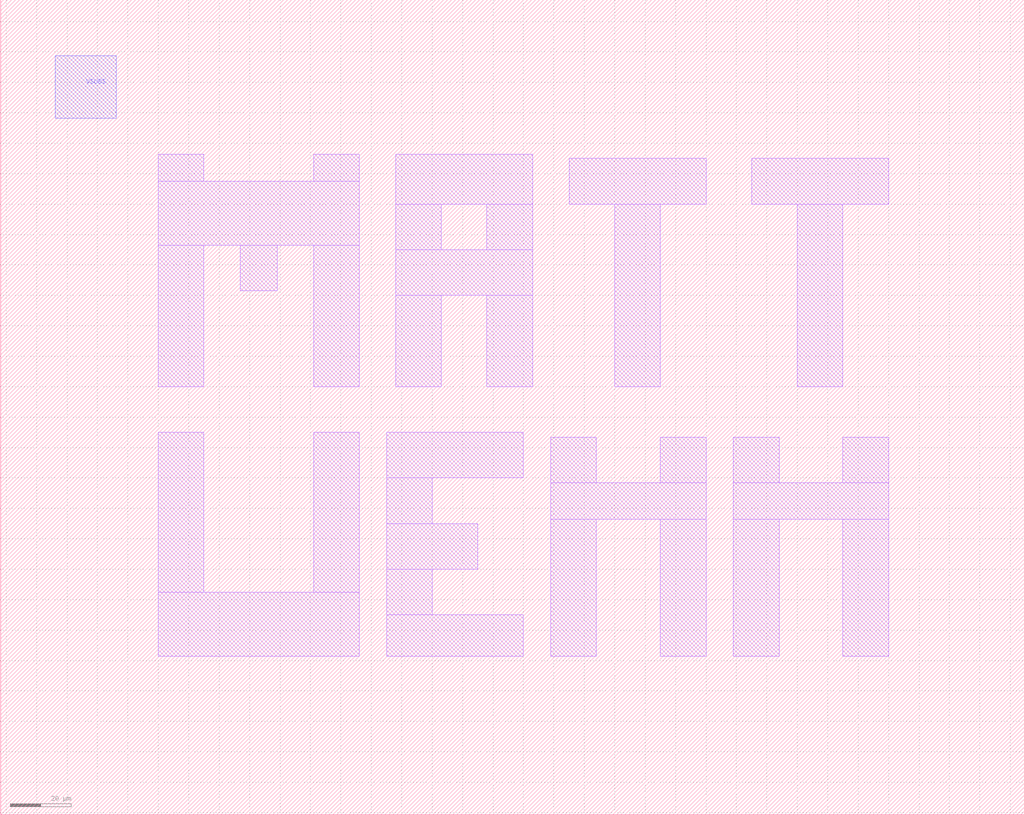
<source format=lef>
VERSION 5.7 ;
  NOWIREEXTENSIONATPIN ON ;
  DIVIDERCHAR "/" ;
  BUSBITCHARS "[]" ;
MACRO LOGO
  CLASS BLOCK ;
  FOREIGN LOGO ;
  ORIGIN -488.150 1670.720 ;
  SIZE 336.380 BY 267.850 ;
  PIN VSUBS
    PORT
      LAYER pwell ;
        RECT 506.190 -1441.810 526.240 -1421.190 ;
    END
  END VSUBS
  OBS
      LAYER met4 ;
        RECT 540.000 -1462.560 555.000 -1453.560 ;
        RECT 591.000 -1462.560 606.000 -1453.560 ;
        RECT 540.000 -1483.560 606.000 -1462.560 ;
        RECT 540.000 -1530.000 555.000 -1483.560 ;
        RECT 567.000 -1498.560 579.000 -1483.560 ;
        RECT 591.000 -1530.000 606.000 -1483.560 ;
        RECT 618.000 -1470.000 663.000 -1453.560 ;
        RECT 675.000 -1470.000 720.000 -1455.000 ;
        RECT 735.000 -1470.000 780.000 -1455.000 ;
        RECT 618.000 -1485.000 633.000 -1470.000 ;
        RECT 648.000 -1485.000 663.000 -1470.000 ;
        RECT 618.000 -1500.000 663.000 -1485.000 ;
        RECT 618.000 -1530.000 633.000 -1500.000 ;
        RECT 648.000 -1530.000 663.000 -1500.000 ;
        RECT 690.000 -1530.000 705.000 -1470.000 ;
        RECT 750.000 -1530.000 765.000 -1470.000 ;
        RECT 540.000 -1597.560 555.000 -1545.000 ;
        RECT 591.000 -1597.560 606.000 -1545.000 ;
        RECT 540.000 -1618.560 606.000 -1597.560 ;
        RECT 615.000 -1560.000 660.000 -1545.000 ;
        RECT 615.000 -1575.000 630.000 -1560.000 ;
        RECT 669.000 -1561.560 684.000 -1546.560 ;
        RECT 705.000 -1561.560 720.000 -1546.560 ;
        RECT 669.000 -1573.560 720.000 -1561.560 ;
        RECT 615.000 -1590.000 645.000 -1575.000 ;
        RECT 615.000 -1605.000 630.000 -1590.000 ;
        RECT 615.000 -1618.560 660.000 -1605.000 ;
        RECT 669.000 -1618.560 684.000 -1573.560 ;
        RECT 705.000 -1618.560 720.000 -1573.560 ;
        RECT 729.000 -1561.560 744.000 -1546.560 ;
        RECT 765.000 -1561.560 780.000 -1546.560 ;
        RECT 729.000 -1573.560 780.000 -1561.560 ;
        RECT 729.000 -1618.560 744.000 -1573.560 ;
        RECT 765.000 -1618.560 780.000 -1573.560 ;
  END
END LOGO
END LIBRARY


</source>
